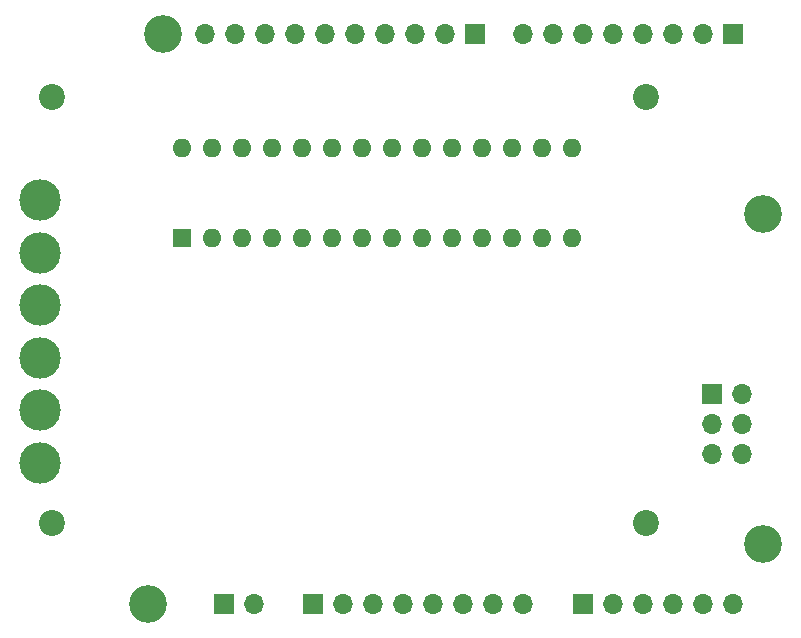
<source format=gbr>
%TF.GenerationSoftware,KiCad,Pcbnew,(5.1.9-0-10_14)*%
%TF.CreationDate,2021-02-13T17:17:21+01:00*%
%TF.ProjectId,Arduino Uno ISP Shield,41726475-696e-46f2-9055-6e6f20495350,rev?*%
%TF.SameCoordinates,Original*%
%TF.FileFunction,Soldermask,Bot*%
%TF.FilePolarity,Negative*%
%FSLAX46Y46*%
G04 Gerber Fmt 4.6, Leading zero omitted, Abs format (unit mm)*
G04 Created by KiCad (PCBNEW (5.1.9-0-10_14)) date 2021-02-13 17:17:21*
%MOMM*%
%LPD*%
G01*
G04 APERTURE LIST*
%ADD10O,1.600000X1.600000*%
%ADD11R,1.600000X1.600000*%
%ADD12C,3.500120*%
%ADD13O,1.700000X1.700000*%
%ADD14R,1.700000X1.700000*%
%ADD15C,3.200000*%
%ADD16C,2.200000*%
G04 APERTURE END LIST*
D10*
%TO.C,U1*%
X118491000Y-85852000D03*
X151511000Y-93472000D03*
X121031000Y-85852000D03*
X148971000Y-93472000D03*
X123571000Y-85852000D03*
X146431000Y-93472000D03*
X126111000Y-85852000D03*
X143891000Y-93472000D03*
X128651000Y-85852000D03*
X141351000Y-93472000D03*
X131191000Y-85852000D03*
X138811000Y-93472000D03*
X133731000Y-85852000D03*
X136271000Y-93472000D03*
X136271000Y-85852000D03*
X133731000Y-93472000D03*
X138811000Y-85852000D03*
X131191000Y-93472000D03*
X141351000Y-85852000D03*
X128651000Y-93472000D03*
X143891000Y-85852000D03*
X126111000Y-93472000D03*
X146431000Y-85852000D03*
X123571000Y-93472000D03*
X148971000Y-85852000D03*
X121031000Y-93472000D03*
X151511000Y-85852000D03*
D11*
X118491000Y-93472000D03*
%TD*%
D12*
%TO.C,J10*%
X106426000Y-90297000D03*
%TD*%
%TO.C,J9*%
X106426000Y-94742000D03*
%TD*%
%TO.C,J8*%
X106426000Y-99187000D03*
%TD*%
%TO.C,J7*%
X106426000Y-103632000D03*
%TD*%
%TO.C,J6*%
X106426000Y-108077000D03*
%TD*%
%TO.C,J5*%
X106426000Y-112522000D03*
%TD*%
D13*
%TO.C,J4*%
X165862000Y-111760000D03*
X163322000Y-111760000D03*
X165862000Y-109220000D03*
X163322000Y-109220000D03*
X165862000Y-106680000D03*
D14*
X163322000Y-106680000D03*
%TD*%
D15*
%TO.C,REF\u002A\u002A*%
X115570000Y-124460000D03*
%TD*%
D13*
%TO.C,J3*%
X124536200Y-124460000D03*
D14*
X121996200Y-124460000D03*
%TD*%
D16*
%TO.C,H4*%
X107442000Y-117602000D03*
%TD*%
%TO.C,H3*%
X107442000Y-81534000D03*
%TD*%
%TO.C,H2*%
X157734000Y-81534000D03*
%TD*%
%TO.C,H1*%
X157734000Y-117602000D03*
%TD*%
D15*
%TO.C,REF\u002A\u002A*%
X116840000Y-76200000D03*
%TD*%
%TO.C,REF\u002A\u002A*%
X167640000Y-91440000D03*
%TD*%
%TO.C,REF\u002A\u002A*%
X167640000Y-119380000D03*
%TD*%
D13*
%TO.C,J1*%
X147320000Y-124460000D03*
X144780000Y-124460000D03*
X142240000Y-124460000D03*
X139700000Y-124460000D03*
X137160000Y-124460000D03*
X134620000Y-124460000D03*
X132080000Y-124460000D03*
D14*
X129540000Y-124460000D03*
%TD*%
%TO.C,J2*%
X152400000Y-124460000D03*
D13*
X154940000Y-124460000D03*
X157480000Y-124460000D03*
X160020000Y-124460000D03*
X162560000Y-124460000D03*
X165100000Y-124460000D03*
%TD*%
D14*
%TO.C,J34*%
X143256000Y-76200000D03*
D13*
X140716000Y-76200000D03*
X138176000Y-76200000D03*
X135636000Y-76200000D03*
X133096000Y-76200000D03*
X130556000Y-76200000D03*
X128016000Y-76200000D03*
X125476000Y-76200000D03*
X122936000Y-76200000D03*
X120396000Y-76200000D03*
%TD*%
D14*
%TO.C,J35*%
X165100000Y-76200000D03*
D13*
X162560000Y-76200000D03*
X160020000Y-76200000D03*
X157480000Y-76200000D03*
X154940000Y-76200000D03*
X152400000Y-76200000D03*
X149860000Y-76200000D03*
X147320000Y-76200000D03*
%TD*%
M02*

</source>
